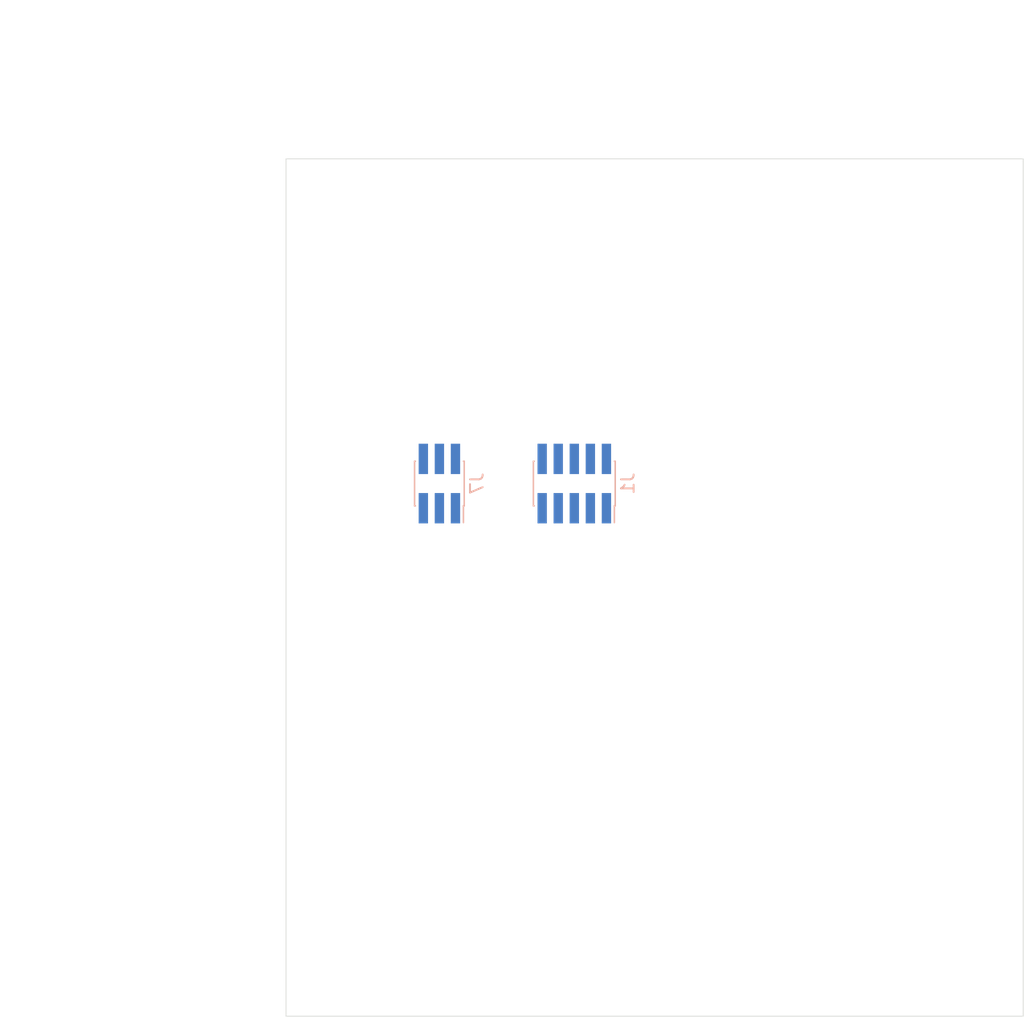
<source format=kicad_pcb>
(kicad_pcb (version 20171130) (host pcbnew "(5.1.10)-1")

  (general
    (thickness 1.6)
    (drawings 19)
    (tracks 0)
    (zones 0)
    (modules 2)
    (nets 8)
  )

  (page A4)
  (layers
    (0 F.Cu signal)
    (1 In1.Cu signal)
    (2 In2.Cu signal)
    (31 B.Cu signal)
    (32 B.Adhes user)
    (33 F.Adhes user)
    (34 B.Paste user)
    (35 F.Paste user)
    (36 B.SilkS user)
    (37 F.SilkS user)
    (38 B.Mask user)
    (39 F.Mask user)
    (40 Dwgs.User user)
    (41 Cmts.User user)
    (42 Eco1.User user)
    (43 Eco2.User user)
    (44 Edge.Cuts user)
    (45 Margin user)
    (46 B.CrtYd user)
    (47 F.CrtYd user)
    (48 B.Fab user)
    (49 F.Fab user)
  )

  (setup
    (last_trace_width 0.25)
    (user_trace_width 0.3)
    (user_trace_width 0.4)
    (user_trace_width 0.5)
    (user_trace_width 0.6)
    (user_trace_width 0.7)
    (user_trace_width 0.8)
    (user_trace_width 1)
    (user_trace_width 1.2)
    (user_trace_width 1.4)
    (user_trace_width 2)
    (trace_clearance 0.2)
    (zone_clearance 0.254)
    (zone_45_only yes)
    (trace_min 0.2)
    (via_size 0.8)
    (via_drill 0.4)
    (via_min_size 0.4)
    (via_min_drill 0.3)
    (user_via 1 0.5)
    (user_via 1.1 0.6)
    (user_via 1.2 0.7)
    (user_via 1.6 1)
    (user_via 1.8 1.2)
    (user_via 2 1.4)
    (user_via 2.4 1.8)
    (uvia_size 0.3)
    (uvia_drill 0.1)
    (uvias_allowed no)
    (uvia_min_size 0.2)
    (uvia_min_drill 0.1)
    (edge_width 0.05)
    (segment_width 0.2)
    (pcb_text_width 0.3)
    (pcb_text_size 1.5 1.5)
    (mod_edge_width 0.12)
    (mod_text_size 1 1)
    (mod_text_width 0.15)
    (pad_size 1.524 1.524)
    (pad_drill 0.762)
    (pad_to_mask_clearance 0)
    (aux_axis_origin 99.9998 99.9998)
    (grid_origin 99.9998 99.9998)
    (visible_elements 7FFFFFFF)
    (pcbplotparams
      (layerselection 0x010fc_ffffffff)
      (usegerberextensions false)
      (usegerberattributes true)
      (usegerberadvancedattributes true)
      (creategerberjobfile true)
      (excludeedgelayer true)
      (linewidth 0.100000)
      (plotframeref false)
      (viasonmask false)
      (mode 1)
      (useauxorigin false)
      (hpglpennumber 1)
      (hpglpenspeed 20)
      (hpglpendiameter 15.000000)
      (psnegative false)
      (psa4output false)
      (plotreference true)
      (plotvalue true)
      (plotinvisibletext false)
      (padsonsilk false)
      (subtractmaskfromsilk true)
      (outputformat 1)
      (mirror false)
      (drillshape 0)
      (scaleselection 1)
      (outputdirectory "Gerbers/"))
  )

  (net 0 "")
  (net 1 +5VP)
  (net 2 GND1)
  (net 3 "Net-(D2-Pad1)")
  (net 4 /int0)
  (net 5 /scl0)
  (net 6 /sda0)
  (net 7 /+5V_st)

  (net_class Default "This is the default net class."
    (clearance 0.2)
    (trace_width 0.25)
    (via_dia 0.8)
    (via_drill 0.4)
    (uvia_dia 0.3)
    (uvia_drill 0.1)
    (add_net +5VP)
    (add_net /+5V_st)
    (add_net /int0)
    (add_net /scl0)
    (add_net /sda0)
    (add_net GND1)
    (add_net "Net-(D2-Pad1)")
  )

  (module Connector_PinHeader_1.27mm:PinHeader_2x03_P1.27mm_Vertical_SMD (layer B.Cu) (tedit 59FED6E3) (tstamp 61A0D7B4)
    (at 82.9818 100.6798 90)
    (descr "surface-mounted straight pin header, 2x03, 1.27mm pitch, double rows")
    (tags "Surface mounted pin header SMD 2x03 1.27mm double row")
    (path /638F804E)
    (attr smd)
    (fp_text reference J7 (at 0 2.965 90) (layer B.SilkS)
      (effects (font (size 1 1) (thickness 0.15)) (justify mirror))
    )
    (fp_text value Pow_mng_pow (at 0 -2.965 90) (layer B.Fab)
      (effects (font (size 1 1) (thickness 0.15)) (justify mirror))
    )
    (fp_line (start 4.3 2.45) (end -4.3 2.45) (layer B.CrtYd) (width 0.05))
    (fp_line (start 4.3 -2.45) (end 4.3 2.45) (layer B.CrtYd) (width 0.05))
    (fp_line (start -4.3 -2.45) (end 4.3 -2.45) (layer B.CrtYd) (width 0.05))
    (fp_line (start -4.3 2.45) (end -4.3 -2.45) (layer B.CrtYd) (width 0.05))
    (fp_line (start 1.765 -1.9) (end 1.765 -1.965) (layer B.SilkS) (width 0.12))
    (fp_line (start -1.765 -1.9) (end -1.765 -1.965) (layer B.SilkS) (width 0.12))
    (fp_line (start 1.765 1.965) (end 1.765 1.9) (layer B.SilkS) (width 0.12))
    (fp_line (start -1.765 1.965) (end -1.765 1.9) (layer B.SilkS) (width 0.12))
    (fp_line (start -3.09 1.9) (end -1.765 1.9) (layer B.SilkS) (width 0.12))
    (fp_line (start -1.765 -1.965) (end 1.765 -1.965) (layer B.SilkS) (width 0.12))
    (fp_line (start -1.765 1.965) (end 1.765 1.965) (layer B.SilkS) (width 0.12))
    (fp_line (start 2.75 -1.47) (end 1.705 -1.47) (layer B.Fab) (width 0.1))
    (fp_line (start 2.75 -1.07) (end 2.75 -1.47) (layer B.Fab) (width 0.1))
    (fp_line (start 1.705 -1.07) (end 2.75 -1.07) (layer B.Fab) (width 0.1))
    (fp_line (start -2.75 -1.47) (end -1.705 -1.47) (layer B.Fab) (width 0.1))
    (fp_line (start -2.75 -1.07) (end -2.75 -1.47) (layer B.Fab) (width 0.1))
    (fp_line (start -1.705 -1.07) (end -2.75 -1.07) (layer B.Fab) (width 0.1))
    (fp_line (start 2.75 -0.2) (end 1.705 -0.2) (layer B.Fab) (width 0.1))
    (fp_line (start 2.75 0.2) (end 2.75 -0.2) (layer B.Fab) (width 0.1))
    (fp_line (start 1.705 0.2) (end 2.75 0.2) (layer B.Fab) (width 0.1))
    (fp_line (start -2.75 -0.2) (end -1.705 -0.2) (layer B.Fab) (width 0.1))
    (fp_line (start -2.75 0.2) (end -2.75 -0.2) (layer B.Fab) (width 0.1))
    (fp_line (start -1.705 0.2) (end -2.75 0.2) (layer B.Fab) (width 0.1))
    (fp_line (start 2.75 1.07) (end 1.705 1.07) (layer B.Fab) (width 0.1))
    (fp_line (start 2.75 1.47) (end 2.75 1.07) (layer B.Fab) (width 0.1))
    (fp_line (start 1.705 1.47) (end 2.75 1.47) (layer B.Fab) (width 0.1))
    (fp_line (start -2.75 1.07) (end -1.705 1.07) (layer B.Fab) (width 0.1))
    (fp_line (start -2.75 1.47) (end -2.75 1.07) (layer B.Fab) (width 0.1))
    (fp_line (start -1.705 1.47) (end -2.75 1.47) (layer B.Fab) (width 0.1))
    (fp_line (start 1.705 1.905) (end 1.705 -1.905) (layer B.Fab) (width 0.1))
    (fp_line (start -1.705 1.47) (end -1.27 1.905) (layer B.Fab) (width 0.1))
    (fp_line (start -1.705 -1.905) (end -1.705 1.47) (layer B.Fab) (width 0.1))
    (fp_line (start -1.27 1.905) (end 1.705 1.905) (layer B.Fab) (width 0.1))
    (fp_line (start 1.705 -1.905) (end -1.705 -1.905) (layer B.Fab) (width 0.1))
    (fp_text user %R (at 0 0 180) (layer B.Fab)
      (effects (font (size 1 1) (thickness 0.15)) (justify mirror))
    )
    (pad 6 smd rect (at 1.95 -1.27 90) (size 2.4 0.74) (layers B.Cu B.Paste B.Mask)
      (net 3 "Net-(D2-Pad1)"))
    (pad 5 smd rect (at -1.95 -1.27 90) (size 2.4 0.74) (layers B.Cu B.Paste B.Mask)
      (net 3 "Net-(D2-Pad1)"))
    (pad 4 smd rect (at 1.95 0 90) (size 2.4 0.74) (layers B.Cu B.Paste B.Mask)
      (net 2 GND1))
    (pad 3 smd rect (at -1.95 0 90) (size 2.4 0.74) (layers B.Cu B.Paste B.Mask)
      (net 2 GND1))
    (pad 2 smd rect (at 1.95 1.27 90) (size 2.4 0.74) (layers B.Cu B.Paste B.Mask)
      (net 1 +5VP))
    (pad 1 smd rect (at -1.95 1.27 90) (size 2.4 0.74) (layers B.Cu B.Paste B.Mask)
      (net 1 +5VP))
    (model ${KISYS3DMOD}/Connector_PinHeader_1.27mm.3dshapes/PinHeader_2x03_P1.27mm_Vertical_SMD.wrl
      (at (xyz 0 0 0))
      (scale (xyz 1 1 1))
      (rotate (xyz 0 0 0))
    )
  )

  (module Connector_PinHeader_1.27mm:PinHeader_2x05_P1.27mm_Vertical_SMD (layer B.Cu) (tedit 59FED6E3) (tstamp 61A0D670)
    (at 93.6498 100.6798 90)
    (descr "surface-mounted straight pin header, 2x05, 1.27mm pitch, double rows")
    (tags "Surface mounted pin header SMD 2x05 1.27mm double row")
    (path /6178D520)
    (attr smd)
    (fp_text reference J1 (at 0 4.235 90) (layer B.SilkS)
      (effects (font (size 1 1) (thickness 0.15)) (justify mirror))
    )
    (fp_text value Pow_mng_iface (at 0 -4.235 90) (layer B.Fab)
      (effects (font (size 1 1) (thickness 0.15)) (justify mirror))
    )
    (fp_line (start 4.3 3.7) (end -4.3 3.7) (layer B.CrtYd) (width 0.05))
    (fp_line (start 4.3 -3.7) (end 4.3 3.7) (layer B.CrtYd) (width 0.05))
    (fp_line (start -4.3 -3.7) (end 4.3 -3.7) (layer B.CrtYd) (width 0.05))
    (fp_line (start -4.3 3.7) (end -4.3 -3.7) (layer B.CrtYd) (width 0.05))
    (fp_line (start 1.765 -3.17) (end 1.765 -3.235) (layer B.SilkS) (width 0.12))
    (fp_line (start -1.765 -3.17) (end -1.765 -3.235) (layer B.SilkS) (width 0.12))
    (fp_line (start 1.765 3.235) (end 1.765 3.17) (layer B.SilkS) (width 0.12))
    (fp_line (start -1.765 3.235) (end -1.765 3.17) (layer B.SilkS) (width 0.12))
    (fp_line (start -3.09 3.17) (end -1.765 3.17) (layer B.SilkS) (width 0.12))
    (fp_line (start -1.765 -3.235) (end 1.765 -3.235) (layer B.SilkS) (width 0.12))
    (fp_line (start -1.765 3.235) (end 1.765 3.235) (layer B.SilkS) (width 0.12))
    (fp_line (start 2.75 -2.74) (end 1.705 -2.74) (layer B.Fab) (width 0.1))
    (fp_line (start 2.75 -2.34) (end 2.75 -2.74) (layer B.Fab) (width 0.1))
    (fp_line (start 1.705 -2.34) (end 2.75 -2.34) (layer B.Fab) (width 0.1))
    (fp_line (start -2.75 -2.74) (end -1.705 -2.74) (layer B.Fab) (width 0.1))
    (fp_line (start -2.75 -2.34) (end -2.75 -2.74) (layer B.Fab) (width 0.1))
    (fp_line (start -1.705 -2.34) (end -2.75 -2.34) (layer B.Fab) (width 0.1))
    (fp_line (start 2.75 -1.47) (end 1.705 -1.47) (layer B.Fab) (width 0.1))
    (fp_line (start 2.75 -1.07) (end 2.75 -1.47) (layer B.Fab) (width 0.1))
    (fp_line (start 1.705 -1.07) (end 2.75 -1.07) (layer B.Fab) (width 0.1))
    (fp_line (start -2.75 -1.47) (end -1.705 -1.47) (layer B.Fab) (width 0.1))
    (fp_line (start -2.75 -1.07) (end -2.75 -1.47) (layer B.Fab) (width 0.1))
    (fp_line (start -1.705 -1.07) (end -2.75 -1.07) (layer B.Fab) (width 0.1))
    (fp_line (start 2.75 -0.2) (end 1.705 -0.2) (layer B.Fab) (width 0.1))
    (fp_line (start 2.75 0.2) (end 2.75 -0.2) (layer B.Fab) (width 0.1))
    (fp_line (start 1.705 0.2) (end 2.75 0.2) (layer B.Fab) (width 0.1))
    (fp_line (start -2.75 -0.2) (end -1.705 -0.2) (layer B.Fab) (width 0.1))
    (fp_line (start -2.75 0.2) (end -2.75 -0.2) (layer B.Fab) (width 0.1))
    (fp_line (start -1.705 0.2) (end -2.75 0.2) (layer B.Fab) (width 0.1))
    (fp_line (start 2.75 1.07) (end 1.705 1.07) (layer B.Fab) (width 0.1))
    (fp_line (start 2.75 1.47) (end 2.75 1.07) (layer B.Fab) (width 0.1))
    (fp_line (start 1.705 1.47) (end 2.75 1.47) (layer B.Fab) (width 0.1))
    (fp_line (start -2.75 1.07) (end -1.705 1.07) (layer B.Fab) (width 0.1))
    (fp_line (start -2.75 1.47) (end -2.75 1.07) (layer B.Fab) (width 0.1))
    (fp_line (start -1.705 1.47) (end -2.75 1.47) (layer B.Fab) (width 0.1))
    (fp_line (start 2.75 2.34) (end 1.705 2.34) (layer B.Fab) (width 0.1))
    (fp_line (start 2.75 2.74) (end 2.75 2.34) (layer B.Fab) (width 0.1))
    (fp_line (start 1.705 2.74) (end 2.75 2.74) (layer B.Fab) (width 0.1))
    (fp_line (start -2.75 2.34) (end -1.705 2.34) (layer B.Fab) (width 0.1))
    (fp_line (start -2.75 2.74) (end -2.75 2.34) (layer B.Fab) (width 0.1))
    (fp_line (start -1.705 2.74) (end -2.75 2.74) (layer B.Fab) (width 0.1))
    (fp_line (start 1.705 3.175) (end 1.705 -3.175) (layer B.Fab) (width 0.1))
    (fp_line (start -1.705 2.74) (end -1.27 3.175) (layer B.Fab) (width 0.1))
    (fp_line (start -1.705 -3.175) (end -1.705 2.74) (layer B.Fab) (width 0.1))
    (fp_line (start -1.27 3.175) (end 1.705 3.175) (layer B.Fab) (width 0.1))
    (fp_line (start 1.705 -3.175) (end -1.705 -3.175) (layer B.Fab) (width 0.1))
    (fp_text user %R (at 0 0 180) (layer B.Fab)
      (effects (font (size 1 1) (thickness 0.15)) (justify mirror))
    )
    (pad 10 smd rect (at 1.95 -2.54 90) (size 2.4 0.74) (layers B.Cu B.Paste B.Mask)
      (net 4 /int0))
    (pad 9 smd rect (at -1.95 -2.54 90) (size 2.4 0.74) (layers B.Cu B.Paste B.Mask)
      (net 4 /int0))
    (pad 8 smd rect (at 1.95 -1.27 90) (size 2.4 0.74) (layers B.Cu B.Paste B.Mask)
      (net 5 /scl0))
    (pad 7 smd rect (at -1.95 -1.27 90) (size 2.4 0.74) (layers B.Cu B.Paste B.Mask)
      (net 5 /scl0))
    (pad 6 smd rect (at 1.95 0 90) (size 2.4 0.74) (layers B.Cu B.Paste B.Mask)
      (net 6 /sda0))
    (pad 5 smd rect (at -1.95 0 90) (size 2.4 0.74) (layers B.Cu B.Paste B.Mask)
      (net 6 /sda0))
    (pad 4 smd rect (at 1.95 1.27 90) (size 2.4 0.74) (layers B.Cu B.Paste B.Mask)
      (net 7 /+5V_st))
    (pad 3 smd rect (at -1.95 1.27 90) (size 2.4 0.74) (layers B.Cu B.Paste B.Mask)
      (net 7 /+5V_st))
    (pad 2 smd rect (at 1.95 2.54 90) (size 2.4 0.74) (layers B.Cu B.Paste B.Mask)
      (net 2 GND1))
    (pad 1 smd rect (at -1.95 2.54 90) (size 2.4 0.74) (layers B.Cu B.Paste B.Mask)
      (net 2 GND1))
    (model ${KISYS3DMOD}/Connector_PinHeader_1.27mm.3dshapes/PinHeader_2x05_P1.27mm_Vertical_SMD.wrl
      (at (xyz 0 0 0))
      (scale (xyz 1 1 1))
      (rotate (xyz 0 0 0))
    )
  )

  (dimension 17.8 (width 0.15) (layer Dwgs.User)
    (gr_text "17,800 мм" (at 55.520001 133.9 90) (layer Dwgs.User)
      (effects (font (size 1 1) (thickness 0.15)))
    )
    (feature1 (pts (xy 70.8535 142.8) (xy 56.23358 142.8)))
    (feature2 (pts (xy 70.8535 125) (xy 56.23358 125)))
    (crossbar (pts (xy 56.820001 125) (xy 56.820001 142.8)))
    (arrow1a (pts (xy 56.820001 142.8) (xy 56.23358 141.673496)))
    (arrow1b (pts (xy 56.820001 142.8) (xy 57.406422 141.673496)))
    (arrow2a (pts (xy 56.820001 125) (xy 56.23358 126.126504)))
    (arrow2b (pts (xy 56.820001 125) (xy 57.406422 126.126504)))
  )
  (gr_line (start 129.1465 142.8) (end 70.8535 142.8) (layer Edge.Cuts) (width 0.05))
  (gr_line (start 70.8535 142.8) (end 129.1465 142.8) (layer Margin) (width 0.15))
  (dimension 67.8 (width 0.15) (layer Dwgs.User)
    (gr_text "67,800 мм" (at 51.900501 108.9 90) (layer Dwgs.User)
      (effects (font (size 1 1) (thickness 0.15)))
    )
    (feature1 (pts (xy 70.8535 142.8) (xy 52.61408 142.8)))
    (feature2 (pts (xy 70.8535 75) (xy 52.61408 75)))
    (crossbar (pts (xy 53.200501 75) (xy 53.200501 142.8)))
    (arrow1a (pts (xy 53.200501 142.8) (xy 52.61408 141.673496)))
    (arrow1b (pts (xy 53.200501 142.8) (xy 53.786922 141.673496)))
    (arrow2a (pts (xy 53.200501 75) (xy 52.61408 76.126504)))
    (arrow2b (pts (xy 53.200501 75) (xy 53.786922 76.126504)))
  )
  (gr_line (start 70.8535 125) (end 129.1465 125) (layer Eco1.User) (width 0.15))
  (dimension 25 (width 0.15) (layer Eco1.User)
    (gr_text "25,000 мм" (at 59.33 87.5 90) (layer Eco1.User)
      (effects (font (size 1 1) (thickness 0.15)))
    )
    (feature1 (pts (xy 70.8535 75) (xy 60.043579 75)))
    (feature2 (pts (xy 70.8535 100) (xy 60.043579 100)))
    (crossbar (pts (xy 60.63 100) (xy 60.63 75)))
    (arrow1a (pts (xy 60.63 75) (xy 61.216421 76.126504)))
    (arrow1b (pts (xy 60.63 75) (xy 60.043579 76.126504)))
    (arrow2a (pts (xy 60.63 100) (xy 61.216421 98.873496)))
    (arrow2b (pts (xy 60.63 100) (xy 60.043579 98.873496)))
  )
  (dimension 25 (width 0.15) (layer Eco1.User)
    (gr_text "25,000 мм" (at 59.33 112.5 90) (layer Eco1.User)
      (effects (font (size 1 1) (thickness 0.15)))
    )
    (feature1 (pts (xy 70.8535 100) (xy 60.043579 100)))
    (feature2 (pts (xy 70.8535 125) (xy 60.043579 125)))
    (crossbar (pts (xy 60.63 125) (xy 60.63 100)))
    (arrow1a (pts (xy 60.63 100) (xy 61.216421 101.126504)))
    (arrow1b (pts (xy 60.63 100) (xy 60.043579 101.126504)))
    (arrow2a (pts (xy 60.63 125) (xy 61.216421 123.873496)))
    (arrow2b (pts (xy 60.63 125) (xy 60.043579 123.873496)))
  )
  (gr_line (start 70.8535 100) (end 129.1465 100) (layer Eco1.User) (width 0.15))
  (dimension 29.1465 (width 0.15) (layer Eco1.User)
    (gr_text "29,146 мм" (at 114.57325 66.95) (layer Eco1.User)
      (effects (font (size 1 1) (thickness 0.15)))
    )
    (feature1 (pts (xy 129.1465 75) (xy 129.1465 67.663579)))
    (feature2 (pts (xy 100 75) (xy 100 67.663579)))
    (crossbar (pts (xy 100 68.25) (xy 129.1465 68.25)))
    (arrow1a (pts (xy 129.1465 68.25) (xy 128.019996 68.836421)))
    (arrow1b (pts (xy 129.1465 68.25) (xy 128.019996 67.663579)))
    (arrow2a (pts (xy 100 68.25) (xy 101.126504 68.836421)))
    (arrow2b (pts (xy 100 68.25) (xy 101.126504 67.663579)))
  )
  (dimension 29.1465 (width 0.15) (layer Eco1.User)
    (gr_text "29,146 мм" (at 85.42675 66.95) (layer Eco1.User)
      (effects (font (size 1 1) (thickness 0.15)))
    )
    (feature1 (pts (xy 100 75) (xy 100 67.663579)))
    (feature2 (pts (xy 70.8535 75) (xy 70.8535 67.663579)))
    (crossbar (pts (xy 70.8535 68.25) (xy 100 68.25)))
    (arrow1a (pts (xy 100 68.25) (xy 98.873496 68.836421)))
    (arrow1b (pts (xy 100 68.25) (xy 98.873496 67.663579)))
    (arrow2a (pts (xy 70.8535 68.25) (xy 71.980004 68.836421)))
    (arrow2b (pts (xy 70.8535 68.25) (xy 71.980004 67.663579)))
  )
  (gr_line (start 100 75) (end 100 125) (layer Eco1.User) (width 0.15))
  (dimension 50 (width 0.15) (layer Dwgs.User)
    (gr_text "50,000 мм" (at 55.52 100 90) (layer Dwgs.User)
      (effects (font (size 1 1) (thickness 0.15)))
    )
    (feature1 (pts (xy 70.8535 125) (xy 56.233579 125)))
    (feature2 (pts (xy 70.8535 75) (xy 56.233579 75)))
    (crossbar (pts (xy 56.82 75) (xy 56.82 125)))
    (arrow1a (pts (xy 56.82 125) (xy 56.233579 123.873496)))
    (arrow1b (pts (xy 56.82 125) (xy 57.406421 123.873496)))
    (arrow2a (pts (xy 56.82 75) (xy 56.233579 76.126504)))
    (arrow2b (pts (xy 56.82 75) (xy 57.406421 76.126504)))
  )
  (dimension 58.293 (width 0.15) (layer Dwgs.User)
    (gr_text "58,293 мм" (at 100 63.14) (layer Dwgs.User)
      (effects (font (size 1 1) (thickness 0.15)))
    )
    (feature1 (pts (xy 129.1465 75) (xy 129.1465 63.853579)))
    (feature2 (pts (xy 70.8535 75) (xy 70.8535 63.853579)))
    (crossbar (pts (xy 70.8535 64.44) (xy 129.1465 64.44)))
    (arrow1a (pts (xy 129.1465 64.44) (xy 128.019996 65.026421)))
    (arrow1b (pts (xy 129.1465 64.44) (xy 128.019996 63.853579)))
    (arrow2a (pts (xy 70.8535 64.44) (xy 71.980004 65.026421)))
    (arrow2b (pts (xy 70.8535 64.44) (xy 71.980004 63.853579)))
  )
  (gr_line (start 70.8535 142.8) (end 70.8535 75) (layer Edge.Cuts) (width 0.05) (tstamp 5FE3C03D))
  (gr_line (start 129.1465 75) (end 129.1465 142.8) (layer Edge.Cuts) (width 0.05))
  (gr_line (start 70.8535 75) (end 129.1465 75) (layer Edge.Cuts) (width 0.05))
  (gr_line (start 129.1465 75) (end 70.8535 75) (layer Margin) (width 0.15) (tstamp 5FE3C03C))
  (gr_line (start 129.1465 142.8) (end 129.1465 75) (layer Margin) (width 0.15))
  (gr_line (start 70.8535 75) (end 70.8535 142.8) (layer Margin) (width 0.15))

)

</source>
